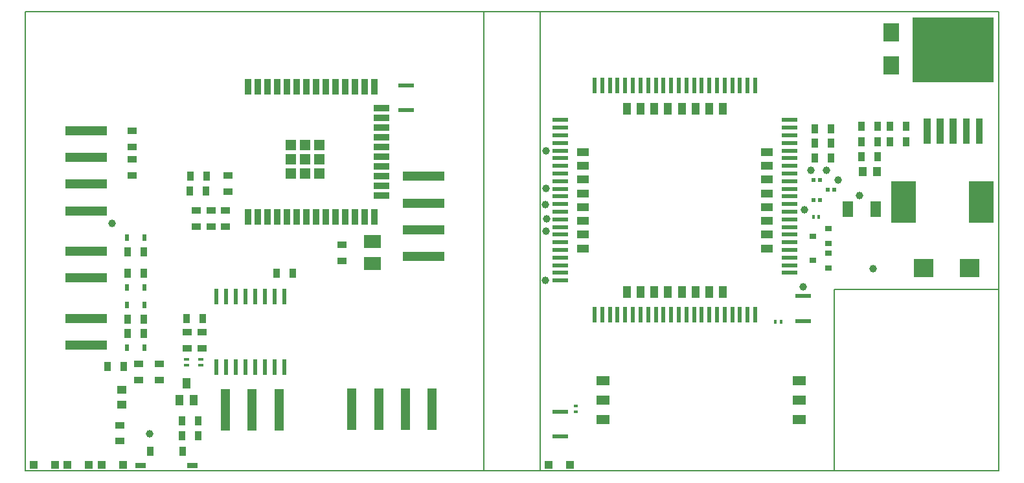
<source format=gtp>
G04*
G04 #@! TF.GenerationSoftware,Altium Limited,Altium Designer,21.2.2 (38)*
G04*
G04 Layer_Color=8421504*
%FSLAX44Y44*%
%MOMM*%
G71*
G04*
G04 #@! TF.SameCoordinates,1FAA2A19-5D32-44EB-9D88-0ED73DB0A834*
G04*
G04*
G04 #@! TF.FilePolarity,Positive*
G04*
G01*
G75*
%ADD10R,0.6250X0.8300*%
%ADD11R,1.2000X0.9000*%
%ADD12R,5.5118X1.2954*%
%ADD13R,1.2954X5.5118*%
%ADD14R,1.4500X0.8000*%
%ADD15R,0.9000X1.2700*%
%ADD16R,0.9000X1.2000*%
%ADD17R,2.2300X1.8000*%
%ADD18R,1.0000X1.0000*%
%ADD19R,0.9000X2.0000*%
%ADD20R,2.0000X0.9000*%
%ADD21R,1.3300X1.3300*%
%ADD22R,1.2000X1.0500*%
%ADD23C,1.0000*%
%ADD24R,0.7500X0.4000*%
%ADD25R,1.0000X1.4000*%
%ADD26R,2.0000X0.5500*%
%ADD27R,0.6000X2.0600*%
%ADD31C,0.2000*%
%ADD32R,1.7000X1.3000*%
%ADD33R,0.4000X0.6000*%
%ADD34R,0.6000X0.4000*%
%ADD35R,1.0500X1.2000*%
%ADD36R,0.5500X0.6000*%
%ADD37R,0.9000X0.8000*%
%ADD38R,1.4000X2.0000*%
%ADD39R,3.2000X5.4000*%
%ADD40R,2.5500X2.4500*%
%ADD43R,2.1500X2.4500*%
%ADD44R,2.0000X0.6000*%
%ADD45R,1.1000X1.6000*%
%ADD46R,1.6000X1.1000*%
%ADD47R,0.6000X2.0000*%
%ADD49C,0.1930*%
G36*
X1266249Y507850D02*
X1160249D01*
Y592850D01*
X1266249D01*
Y507850D01*
D02*
G37*
G36*
X1251749Y427850D02*
X1242749D01*
Y460850D01*
X1251749D01*
Y427850D01*
D02*
G37*
G36*
X1234749D02*
X1225749D01*
Y460850D01*
X1234749D01*
Y427850D01*
D02*
G37*
G36*
X1217749D02*
X1208749D01*
Y460850D01*
X1217749D01*
Y427850D01*
D02*
G37*
G36*
X1200749D02*
X1191749D01*
Y460850D01*
X1200749D01*
Y427850D01*
D02*
G37*
G36*
X1183749D02*
X1174749D01*
Y460850D01*
X1183749D01*
Y427850D01*
D02*
G37*
D10*
X155651Y305054D02*
D03*
X133401D02*
D03*
X133375Y216802D02*
D03*
X155625D02*
D03*
X155625Y160930D02*
D03*
X133375D02*
D03*
X133375Y239500D02*
D03*
X155625D02*
D03*
D11*
X139954Y444164D02*
D03*
Y423164D02*
D03*
Y386162D02*
D03*
Y407162D02*
D03*
X123952Y59690D02*
D03*
Y38690D02*
D03*
X224000Y340500D02*
D03*
Y319500D02*
D03*
X148590Y118954D02*
D03*
Y139954D02*
D03*
X175514Y118954D02*
D03*
Y139954D02*
D03*
X265430Y386080D02*
D03*
Y365080D02*
D03*
X413766Y274402D02*
D03*
Y295402D02*
D03*
X231000Y181000D02*
D03*
Y160000D02*
D03*
X211500Y181000D02*
D03*
Y160000D02*
D03*
X262000Y319499D02*
D03*
Y340500D02*
D03*
X243000D02*
D03*
Y319499D02*
D03*
D12*
X520954Y280012D02*
D03*
Y315012D02*
D03*
Y350012D02*
D03*
Y385012D02*
D03*
X80010Y164084D02*
D03*
Y199084D02*
D03*
X80036Y251968D02*
D03*
Y286968D02*
D03*
X80010Y339904D02*
D03*
Y374904D02*
D03*
Y409904D02*
D03*
Y444904D02*
D03*
D13*
X331672Y80010D02*
D03*
X296672D02*
D03*
X261672D02*
D03*
X427026Y80600D02*
D03*
X462026D02*
D03*
X497026D02*
D03*
X532026D02*
D03*
D14*
X218662Y6938D02*
D03*
X151162D02*
D03*
D15*
X205912Y25788D02*
D03*
X163912D02*
D03*
D16*
X236814Y385318D02*
D03*
X215814D02*
D03*
X215474Y366014D02*
D03*
X236474D02*
D03*
X133940Y286512D02*
D03*
X154940D02*
D03*
X155000Y258000D02*
D03*
X134000D02*
D03*
X155000Y198302D02*
D03*
X134000D02*
D03*
Y179430D02*
D03*
X155000D02*
D03*
X108032Y136652D02*
D03*
X129032D02*
D03*
X226000Y65000D02*
D03*
X205000D02*
D03*
X226000Y45500D02*
D03*
X205000D02*
D03*
X349500Y258000D02*
D03*
X328500D02*
D03*
X232000Y199000D02*
D03*
X211000D02*
D03*
X1130599Y450400D02*
D03*
X1151599D02*
D03*
X1130799Y430200D02*
D03*
X1151799D02*
D03*
X1093599Y430050D02*
D03*
X1114599D02*
D03*
X1114549Y410650D02*
D03*
X1093549D02*
D03*
X1053299Y447350D02*
D03*
X1032299D02*
D03*
X1032399Y428200D02*
D03*
X1053399D02*
D03*
X1032199Y409050D02*
D03*
X1053199D02*
D03*
X1114399Y450450D02*
D03*
X1093399D02*
D03*
D17*
X453898Y270642D02*
D03*
Y299842D02*
D03*
D18*
X10892Y7366D02*
D03*
X38892D02*
D03*
X55342D02*
D03*
X83342D02*
D03*
X99792D02*
D03*
X127792D02*
D03*
X683939Y7370D02*
D03*
X711939D02*
D03*
D19*
X291000Y332150D02*
D03*
X303700D02*
D03*
X316400D02*
D03*
X329100D02*
D03*
X341800D02*
D03*
X354500D02*
D03*
X367200D02*
D03*
X379900D02*
D03*
X392600D02*
D03*
X405300D02*
D03*
X418000D02*
D03*
X430700D02*
D03*
X443400D02*
D03*
X456100D02*
D03*
Y502150D02*
D03*
X443400D02*
D03*
X430700D02*
D03*
X418000D02*
D03*
X405300D02*
D03*
X392600D02*
D03*
X379900D02*
D03*
X367200D02*
D03*
X354500D02*
D03*
X341800D02*
D03*
X329100D02*
D03*
X316400D02*
D03*
X303700D02*
D03*
X291000D02*
D03*
D20*
X466100Y360000D02*
D03*
Y372700D02*
D03*
Y385400D02*
D03*
Y398100D02*
D03*
Y410800D02*
D03*
Y423500D02*
D03*
Y436200D02*
D03*
Y448900D02*
D03*
Y461600D02*
D03*
Y474300D02*
D03*
D21*
X366000Y407150D02*
D03*
Y425500D02*
D03*
X347650D02*
D03*
Y407150D02*
D03*
Y388800D02*
D03*
X366000D02*
D03*
X384350D02*
D03*
Y407150D02*
D03*
Y425500D02*
D03*
D22*
X126246Y86682D02*
D03*
Y105682D02*
D03*
D23*
X113284Y323088D02*
D03*
X163068Y48514D02*
D03*
X680449Y418600D02*
D03*
X1047849Y393100D02*
D03*
X1027349Y393200D02*
D03*
X1062999Y380250D02*
D03*
X1018899Y341050D02*
D03*
X1016899Y240750D02*
D03*
X1090598Y360150D02*
D03*
X1108499Y263900D02*
D03*
X680849Y368800D02*
D03*
X680099Y348400D02*
D03*
X681299Y329250D02*
D03*
X679999Y248650D02*
D03*
X680999Y313050D02*
D03*
D24*
X210750Y138000D02*
D03*
X229250Y146000D02*
D03*
X210750D02*
D03*
X229250Y138000D02*
D03*
D25*
X211000Y114500D02*
D03*
X220500Y92500D02*
D03*
X201500D02*
D03*
D26*
X497586Y504184D02*
D03*
Y471684D02*
D03*
X1016899Y228300D02*
D03*
Y195800D02*
D03*
X699199Y77350D02*
D03*
Y44850D02*
D03*
D27*
X338950Y227900D02*
D03*
X326250D02*
D03*
X313550D02*
D03*
X300850D02*
D03*
X288150D02*
D03*
X275450D02*
D03*
X262750D02*
D03*
X250050D02*
D03*
Y135100D02*
D03*
X262750D02*
D03*
X275450D02*
D03*
X288150D02*
D03*
X300850D02*
D03*
X313550D02*
D03*
X326250D02*
D03*
X338950D02*
D03*
D31*
X0Y0D02*
X600000D01*
X0D02*
Y600000D01*
X600000Y0D02*
Y600000D01*
X0D02*
X600000D01*
X1273049Y484950D02*
Y600000D01*
X673049D02*
X1273049D01*
Y401700D02*
Y484950D01*
X1057499Y50D02*
Y236700D01*
X786299Y50D02*
X1057499D01*
Y236700D02*
X1273049D01*
X673049Y0D02*
X786049D01*
X673049Y461750D02*
X673049Y0D01*
X1273049Y236700D02*
Y401700D01*
X673049Y461750D02*
Y600000D01*
D32*
X1012279Y117300D02*
D03*
Y91900D02*
D03*
Y66500D02*
D03*
X755269Y117300D02*
D03*
Y91900D02*
D03*
Y66500D02*
D03*
D33*
X1030299Y332200D02*
D03*
X1037299D02*
D03*
X980849Y194500D02*
D03*
X987849D02*
D03*
D34*
X719899Y77400D02*
D03*
Y84400D02*
D03*
D35*
X1094749Y391350D02*
D03*
X1113749D02*
D03*
D36*
X1039199Y380300D02*
D03*
X1030699D02*
D03*
X1057799Y367250D02*
D03*
X1049299D02*
D03*
X1039149Y354100D02*
D03*
X1030649D02*
D03*
D37*
X1049599Y297350D02*
D03*
Y316350D02*
D03*
X1029599Y306850D02*
D03*
Y274850D02*
D03*
X1049599Y284350D02*
D03*
Y265350D02*
D03*
D38*
X1075799Y342352D02*
D03*
X1111799D02*
D03*
D39*
X1148449Y351800D02*
D03*
X1249449D02*
D03*
D40*
X1174149Y264750D02*
D03*
X1234649D02*
D03*
D43*
X1131749Y573250D02*
D03*
Y530250D02*
D03*
D44*
X999399Y368700D02*
D03*
Y378700D02*
D03*
X699399Y458700D02*
D03*
Y448700D02*
D03*
Y438700D02*
D03*
Y428700D02*
D03*
Y418700D02*
D03*
X999399Y258700D02*
D03*
X999399Y268700D02*
D03*
Y278700D02*
D03*
Y288700D02*
D03*
Y298700D02*
D03*
Y308700D02*
D03*
Y318700D02*
D03*
Y328700D02*
D03*
Y338700D02*
D03*
Y348700D02*
D03*
Y358700D02*
D03*
Y388700D02*
D03*
Y398700D02*
D03*
Y408700D02*
D03*
Y418700D02*
D03*
X999399Y428700D02*
D03*
X999399Y438700D02*
D03*
Y448700D02*
D03*
Y458700D02*
D03*
X699399Y408700D02*
D03*
Y398700D02*
D03*
Y388700D02*
D03*
Y378700D02*
D03*
Y368700D02*
D03*
Y358700D02*
D03*
Y348700D02*
D03*
Y338700D02*
D03*
Y328700D02*
D03*
Y318700D02*
D03*
Y308700D02*
D03*
Y298700D02*
D03*
Y288700D02*
D03*
Y278700D02*
D03*
Y268700D02*
D03*
Y258700D02*
D03*
Y248700D02*
D03*
D45*
X912399Y233700D02*
D03*
X894399Y233700D02*
D03*
X876399D02*
D03*
X858399D02*
D03*
X840399Y233700D02*
D03*
X822399D02*
D03*
X804399D02*
D03*
X786399Y473700D02*
D03*
X804399D02*
D03*
X822399D02*
D03*
X840399D02*
D03*
X858399D02*
D03*
X876399D02*
D03*
X894399D02*
D03*
X786399Y233700D02*
D03*
X912399Y473700D02*
D03*
D46*
X729399Y290700D02*
D03*
Y308700D02*
D03*
Y326700D02*
D03*
Y344700D02*
D03*
X729399Y362700D02*
D03*
Y380700D02*
D03*
X729399Y398700D02*
D03*
Y416700D02*
D03*
X969399Y308700D02*
D03*
Y326700D02*
D03*
Y344700D02*
D03*
Y362700D02*
D03*
Y380700D02*
D03*
Y398700D02*
D03*
Y416700D02*
D03*
Y290700D02*
D03*
D47*
X954399Y503700D02*
D03*
X944399D02*
D03*
X934399D02*
D03*
X924399D02*
D03*
X914399D02*
D03*
X904399D02*
D03*
X894399D02*
D03*
X884399D02*
D03*
X874399D02*
D03*
X864399D02*
D03*
X854399D02*
D03*
X844399D02*
D03*
X834399D02*
D03*
X824399D02*
D03*
X814399D02*
D03*
X804399D02*
D03*
X794399D02*
D03*
X784399D02*
D03*
X774399Y503700D02*
D03*
X764399Y503700D02*
D03*
X754399D02*
D03*
X744399D02*
D03*
X814399Y203700D02*
D03*
X824399D02*
D03*
X834399D02*
D03*
X844399D02*
D03*
X854399D02*
D03*
X864399D02*
D03*
X874399D02*
D03*
X884399D02*
D03*
X894399D02*
D03*
X904399D02*
D03*
X914399D02*
D03*
X924399D02*
D03*
X934399D02*
D03*
X944399D02*
D03*
X954399D02*
D03*
X744399D02*
D03*
X754399D02*
D03*
X764399D02*
D03*
X774399D02*
D03*
X784399D02*
D03*
X794399D02*
D03*
X804399D02*
D03*
D49*
X-25Y0D02*
Y600050D01*
Y0D02*
X1273073D01*
X-25Y600050D02*
X1273073D01*
X1273073Y0D01*
M02*

</source>
